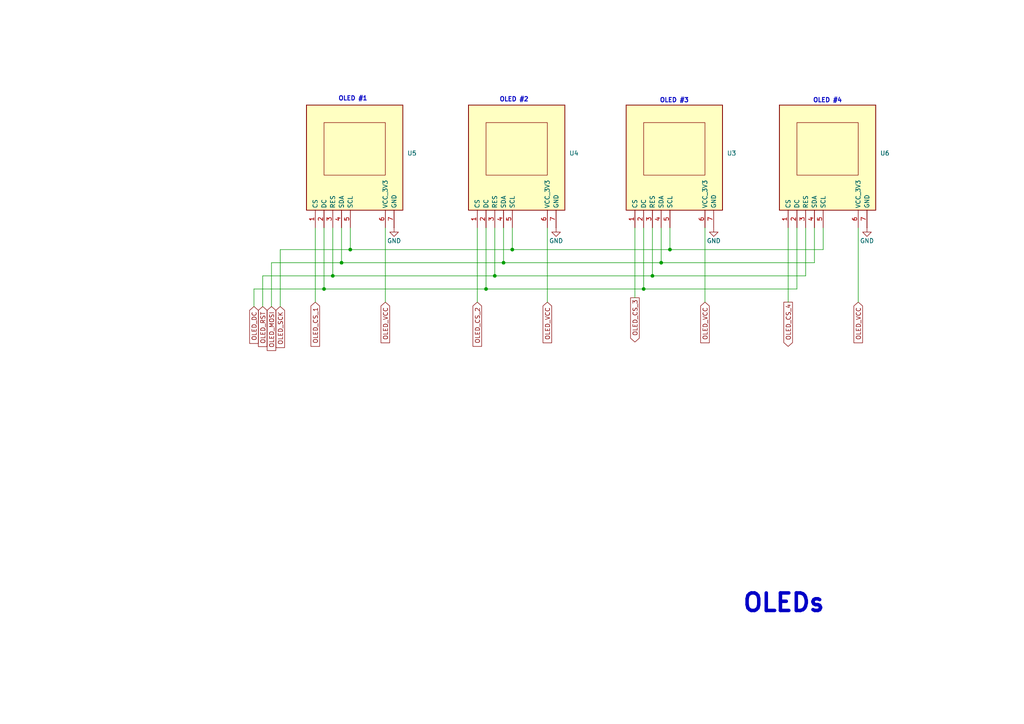
<source format=kicad_sch>
(kicad_sch (version 20231120) (generator "eeschema") (generator_version "8.0")
  (paper "A4")
  (lib_symbols
    (symbol "KicadParts:OLED_96x128"
      (property "Reference" "U" (at 1.016 1.524 0))
      (symbol "OLED_96x128_0_1"
        (rectangle (start 5.08 -5.08) (end 22.86 -20.32))
      )
      (symbol "OLED_96x128_1_1"
        (rectangle (start 0 0) (end 27.94 -30.48) (stroke (width 0.254)) (fill (type background)))
        (pin passive line (at 2.54 -35.56 90) (length 5.08) (name "CS") (number "1"))
        (pin passive line (at 5.08 -35.56 90) (length 5.08) (name "DC") (number "2"))
        (pin passive line (at 7.62 -35.56 90) (length 5.08) (name "RES") (number "3"))
        (pin passive line (at 10.16 -35.56 90) (length 5.08) (name "SDA") (number "4"))
        (pin passive line (at 12.7 -35.56 90) (length 5.08) (name "SCL") (number "5"))
        (pin power_in line (at 22.86 -35.56 90) (length 5.08) (name "VCC_3V3") (number "6"))
        (pin power_in line (at 25.4 -35.56 90) (length 5.08) (name "GND") (number "7"))
      )
    )
    (symbol "power:GND" (power) (pin_numbers hide) (pin_names (offset 0) hide)
      (property "Value" "GND" (at 0 -3.81 0))
      (symbol "GND_0_1"
        (polyline (pts (xy 0 0) (xy 0 -1.27) (xy 1.27 -1.27) (xy 0 -2.54) (xy -1.27 -1.27) (xy 0 -1.27)))
      )
      (symbol "GND_1_1"
        (pin power_in line (at 0 0 270) (length 0) (name "~") (number "1"))
      )
    )
  )
  (junction (at 99.06 76.2))
  (junction (at 146.05 76.2))
  (junction (at 101.6 72.39))
  (junction (at 140.97 83.82))
  (junction (at 143.51 80.01))
  (junction (at 186.69 83.82))
  (junction (at 194.31 72.39))
  (junction (at 93.98 83.82))
  (junction (at 148.59 72.39))
  (junction (at 189.23 80.01))
  (junction (at 96.52 80.01))
  (junction (at 191.77 76.2))
  (wire (pts (xy 238.76 72.39) (xy 238.76 66.04)))
  (wire (pts (xy 140.97 83.82) (xy 186.69 83.82)))
  (wire (pts (xy 146.05 76.2) (xy 99.06 76.2)))
  (wire (pts (xy 186.69 83.82) (xy 231.14 83.82)))
  (wire (pts (xy 148.59 66.04) (xy 148.59 72.39)))
  (wire (pts (xy 101.6 72.39) (xy 148.59 72.39)))
  (wire (pts (xy 93.98 83.82) (xy 93.98 66.04)))
  (wire (pts (xy 73.66 83.82) (xy 93.98 83.82)))
  (wire (pts (xy 138.43 87.63) (xy 138.43 66.04)))
  (wire (pts (xy 191.77 76.2) (xy 191.77 66.04)))
  (wire (pts (xy 78.74 76.2) (xy 78.74 88.9)))
  (wire (pts (xy 233.68 80.01) (xy 233.68 66.04)))
  (wire (pts (xy 101.6 66.04) (xy 101.6 72.39)))
  (wire (pts (xy 228.6 87.63) (xy 228.6 66.04)))
  (wire (pts (xy 146.05 76.2) (xy 191.77 76.2)))
  (wire (pts (xy 81.28 72.39) (xy 101.6 72.39)))
  (wire (pts (xy 204.47 87.63) (xy 204.47 66.04)))
  (wire (pts (xy 146.05 66.04) (xy 146.05 76.2)))
  (wire (pts (xy 189.23 80.01) (xy 233.68 80.01)))
  (wire (pts (xy 78.74 76.2) (xy 99.06 76.2)))
  (wire (pts (xy 96.52 66.04) (xy 96.52 80.01)))
  (wire (pts (xy 111.76 66.04) (xy 111.76 87.63)))
  (wire (pts (xy 143.51 66.04) (xy 143.51 80.01)))
  (wire (pts (xy 76.2 80.01) (xy 96.52 80.01)))
  (wire (pts (xy 76.2 80.01) (xy 76.2 88.9)))
  (wire (pts (xy 184.15 86.36) (xy 184.15 66.04)))
  (wire (pts (xy 158.75 87.63) (xy 158.75 66.04)))
  (wire (pts (xy 91.44 66.04) (xy 91.44 87.63)))
  (wire (pts (xy 194.31 72.39) (xy 194.31 66.04)))
  (wire (pts (xy 194.31 72.39) (xy 238.76 72.39)))
  (wire (pts (xy 143.51 80.01) (xy 189.23 80.01)))
  (wire (pts (xy 191.77 76.2) (xy 236.22 76.2)))
  (wire (pts (xy 186.69 66.04) (xy 186.69 83.82)))
  (wire (pts (xy 236.22 76.2) (xy 236.22 66.04)))
  (wire (pts (xy 143.51 80.01) (xy 96.52 80.01)))
  (wire (pts (xy 248.92 87.63) (xy 248.92 66.04)))
  (wire (pts (xy 81.28 72.39) (xy 81.28 88.9)))
  (wire (pts (xy 73.66 83.82) (xy 73.66 88.9)))
  (wire (pts (xy 148.59 72.39) (xy 194.31 72.39)))
  (wire (pts (xy 140.97 66.04) (xy 140.97 83.82)))
  (wire (pts (xy 99.06 66.04) (xy 99.06 76.2)))
  (wire (pts (xy 189.23 80.01) (xy 189.23 66.04)))
  (wire (pts (xy 140.97 83.82) (xy 93.98 83.82)))
  (wire (pts (xy 231.14 83.82) (xy 231.14 66.04)))
  (text "OLED #3" (at 195.58 29.21 0) (effects (font (size 1.27 1.27) (thickness 0.254) (bold yes))))
  (text "OLEDs" (at 227.33 175.006 0) (effects (font (size 5.08 5.08) (thickness 1.016) (bold yes))))
  (text "OLED #2" (at 149.098 28.956 0) (effects (font (size 1.27 1.27) (thickness 0.254) (bold yes))))
  (text "OLED #1" (at 102.362 28.702 0) (effects (font (size 1.27 1.27) (thickness 0.254) (bold yes))))
  (text "OLED #4" (at 240.03 29.21 0) (effects (font (size 1.27 1.27) (thickness 0.254) (bold yes))))
  (global_label "OLED_MOSI" (shape input) (at 78.74 88.9 270) (property "Intersheetrefs" "${INTERSHEET_REFS}" (effects (hide yes))))
  (global_label "OLED_VCC" (shape input) (at 248.92 87.63 270) (property "Intersheetrefs" "${INTERSHEET_REFS}" (effects (hide yes))))
  (global_label "OLED_CS_2" (shape input) (at 138.43 87.63 270) (property "Intersheetrefs" "${INTERSHEET_REFS}" (effects (hide yes))))
  (global_label "OLED_VCC" (shape input) (at 204.47 87.63 270) (property "Intersheetrefs" "${INTERSHEET_REFS}" (effects (hide yes))))
  (global_label "OLED_RST" (shape input) (at 76.2 88.9 270) (property "Intersheetrefs" "${INTERSHEET_REFS}" (effects (hide yes))))
  (global_label "OLED_CS_1" (shape input) (at 91.44 87.63 270) (property "Intersheetrefs" "${INTERSHEET_REFS}" (effects (hide yes))))
  (global_label "OLED_CS_3" (shape output) (at 184.15 86.36 270) (property "Intersheetrefs" "${INTERSHEET_REFS}" (effects (hide yes))))
  (global_label "OLED_SCK" (shape input) (at 81.28 88.9 270) (property "Intersheetrefs" "${INTERSHEET_REFS}" (effects (hide yes))))
  (global_label "OLED_DC" (shape input) (at 73.66 88.9 270) (property "Intersheetrefs" "${INTERSHEET_REFS}" (effects (hide yes))))
  (global_label "OLED_VCC" (shape input) (at 111.76 87.63 270) (property "Intersheetrefs" "${INTERSHEET_REFS}" (effects (hide yes))))
  (global_label "OLED_CS_4" (shape output) (at 228.6 87.63 270) (property "Intersheetrefs" "${INTERSHEET_REFS}" (effects (hide yes))))
  (global_label "OLED_VCC" (shape input) (at 158.75 87.63 270) (property "Intersheetrefs" "${INTERSHEET_REFS}" (effects (hide yes))))
  (symbol (lib_id "power:GND") (at 114.3 66.04 0) (unit 1)
    (property "Reference" "#PWR012" (effects (hide yes)))
    (property "Value" "GND" (at 114.3 69.85 0))
    (property "Description" "Power symbol creates a global label with name \"GND\" , ground" (effects (hide yes)))
  )
  (symbol (lib_id "KicadParts:OLED_96x128") (at 88.9 30.48 0) (unit 1)
    (property "Reference" "U5" (at 118.11 44.4499 0) (effects (justify left)))
    (property "Value" "OLED #1" (effects (hide yes)))
    (property "Footprint" "Kicad Parts:OLED 0.95in 96x128 SPI_No_Bottom_Drill_Holes" (effects (hide yes)))
  )
  (symbol (lib_id "KicadParts:OLED_96x128") (at 226.06 30.48 0) (unit 1)
    (property "Reference" "U6" (at 255.27 44.4499 0) (effects (justify left)))
    (property "Value" "OLED #4" (effects (hide yes)))
    (property "Footprint" "Kicad Parts:OLED 0.95in 96x128 SPI_No_Bottom_Drill_Holes" (effects (hide yes)))
  )
  (symbol (lib_id "power:GND") (at 207.01 66.04 0) (unit 1)
    (property "Reference" "#PWR01" (effects (hide yes)))
    (property "Value" "GND" (at 207.01 69.85 0))
    (property "Description" "Power symbol creates a global label with name \"GND\" , ground" (effects (hide yes)))
  )
  (symbol (lib_id "power:GND") (at 251.46 66.04 0) (unit 1)
    (property "Reference" "#PWR02" (effects (hide yes)))
    (property "Value" "GND" (at 251.46 69.85 0))
    (property "Description" "Power symbol creates a global label with name \"GND\" , ground" (effects (hide yes)))
  )
  (symbol (lib_id "KicadParts:OLED_96x128") (at 135.89 30.48 0) (unit 1)
    (property "Reference" "U4" (at 165.1 44.4499 0) (effects (justify left)))
    (property "Value" "OLED #2" (effects (hide yes)))
    (property "Footprint" "Kicad Parts:OLED 0.95in 96x128 SPI_No_Bottom_Drill_Holes" (effects (hide yes)))
  )
  (symbol (lib_id "KicadParts:OLED_96x128") (at 181.61 30.48 0) (unit 1)
    (property "Reference" "U3" (at 210.82 44.4499 0) (effects (justify left)))
    (property "Value" "OLED #3" (effects (hide yes)))
    (property "Footprint" "Kicad Parts:OLED 0.95in 96x128 SPI_No_Bottom_Drill_Holes" (effects (hide yes)))
  )
  (symbol (lib_id "power:GND") (at 161.29 66.04 0) (unit 1)
    (property "Reference" "#PWR021" (effects (hide yes)))
    (property "Value" "GND" (at 161.29 69.85 0))
    (property "Description" "Power symbol creates a global label with name \"GND\" , ground" (effects (hide yes)))
  )
)
</source>
